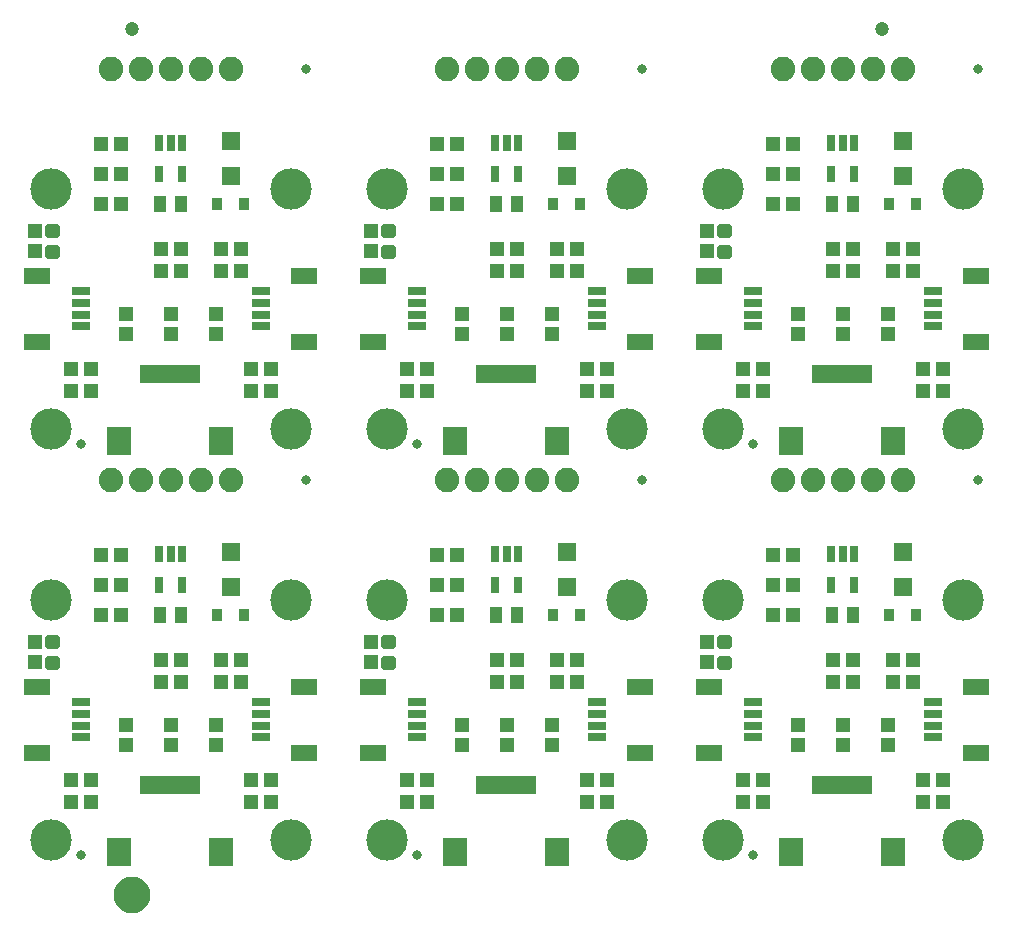
<source format=gts>
G75*
%MOIN*%
%OFA0B0*%
%FSLAX25Y25*%
%IPPOS*%
%LPD*%
%AMOC8*
5,1,8,0,0,1.08239X$1,22.5*
%
%ADD10R,0.05131X0.04737*%
%ADD11R,0.04737X0.05131*%
%ADD12R,0.08674X0.05524*%
%ADD13R,0.06115X0.03162*%
%ADD14C,0.13800*%
%ADD15C,0.03300*%
%ADD16C,0.08200*%
%ADD17R,0.01981X0.05918*%
%ADD18R,0.07887X0.09461*%
%ADD19C,0.01990*%
%ADD20R,0.02965X0.05524*%
%ADD21R,0.03950X0.05524*%
%ADD22R,0.03280X0.04068*%
%ADD23R,0.05918X0.05918*%
%ADD24C,0.04737*%
%ADD25C,0.05000*%
%ADD26C,0.06706*%
D10*
X0055404Y0051000D03*
X0062096Y0051000D03*
X0062096Y0058500D03*
X0055404Y0058500D03*
X0085404Y0091000D03*
X0092096Y0091000D03*
X0092096Y0098500D03*
X0085404Y0098500D03*
X0105404Y0098500D03*
X0112096Y0098500D03*
X0112096Y0091000D03*
X0105404Y0091000D03*
X0072096Y0113500D03*
X0065404Y0113500D03*
X0065404Y0123500D03*
X0072096Y0123500D03*
X0072096Y0133500D03*
X0065404Y0133500D03*
X0062096Y0188000D03*
X0055404Y0188000D03*
X0055404Y0195500D03*
X0062096Y0195500D03*
X0085404Y0228000D03*
X0092096Y0228000D03*
X0092096Y0235500D03*
X0085404Y0235500D03*
X0105404Y0235500D03*
X0112096Y0235500D03*
X0112096Y0228000D03*
X0105404Y0228000D03*
X0072096Y0250500D03*
X0065404Y0250500D03*
X0065404Y0260500D03*
X0072096Y0260500D03*
X0072096Y0270500D03*
X0065404Y0270500D03*
X0115404Y0195500D03*
X0122096Y0195500D03*
X0122096Y0188000D03*
X0115404Y0188000D03*
X0167404Y0188000D03*
X0174096Y0188000D03*
X0174096Y0195500D03*
X0167404Y0195500D03*
X0197404Y0228000D03*
X0204096Y0228000D03*
X0204096Y0235500D03*
X0197404Y0235500D03*
X0217404Y0235500D03*
X0224096Y0235500D03*
X0224096Y0228000D03*
X0217404Y0228000D03*
X0184096Y0250500D03*
X0177404Y0250500D03*
X0177404Y0260500D03*
X0184096Y0260500D03*
X0184096Y0270500D03*
X0177404Y0270500D03*
X0227404Y0195500D03*
X0234096Y0195500D03*
X0234096Y0188000D03*
X0227404Y0188000D03*
X0279404Y0188000D03*
X0286096Y0188000D03*
X0286096Y0195500D03*
X0279404Y0195500D03*
X0309404Y0228000D03*
X0316096Y0228000D03*
X0316096Y0235500D03*
X0309404Y0235500D03*
X0329404Y0235500D03*
X0336096Y0235500D03*
X0336096Y0228000D03*
X0329404Y0228000D03*
X0296096Y0250500D03*
X0289404Y0250500D03*
X0289404Y0260500D03*
X0296096Y0260500D03*
X0296096Y0270500D03*
X0289404Y0270500D03*
X0339404Y0195500D03*
X0346096Y0195500D03*
X0346096Y0188000D03*
X0339404Y0188000D03*
X0296096Y0133500D03*
X0289404Y0133500D03*
X0289404Y0123500D03*
X0296096Y0123500D03*
X0296096Y0113500D03*
X0289404Y0113500D03*
X0309404Y0098500D03*
X0316096Y0098500D03*
X0316096Y0091000D03*
X0309404Y0091000D03*
X0329404Y0091000D03*
X0336096Y0091000D03*
X0336096Y0098500D03*
X0329404Y0098500D03*
X0339404Y0058500D03*
X0346096Y0058500D03*
X0346096Y0051000D03*
X0339404Y0051000D03*
X0286096Y0051000D03*
X0279404Y0051000D03*
X0279404Y0058500D03*
X0286096Y0058500D03*
X0234096Y0058500D03*
X0227404Y0058500D03*
X0227404Y0051000D03*
X0234096Y0051000D03*
X0224096Y0091000D03*
X0217404Y0091000D03*
X0217404Y0098500D03*
X0224096Y0098500D03*
X0204096Y0098500D03*
X0197404Y0098500D03*
X0197404Y0091000D03*
X0204096Y0091000D03*
X0184096Y0113500D03*
X0177404Y0113500D03*
X0177404Y0123500D03*
X0184096Y0123500D03*
X0184096Y0133500D03*
X0177404Y0133500D03*
X0174096Y0058500D03*
X0167404Y0058500D03*
X0167404Y0051000D03*
X0174096Y0051000D03*
X0122096Y0051000D03*
X0115404Y0051000D03*
X0115404Y0058500D03*
X0122096Y0058500D03*
D11*
X0103750Y0070154D03*
X0103750Y0076846D03*
X0088750Y0076846D03*
X0088750Y0070154D03*
X0073750Y0070154D03*
X0073750Y0076846D03*
X0043474Y0097594D03*
X0043474Y0104287D03*
X0155474Y0104287D03*
X0155474Y0097594D03*
X0185750Y0076846D03*
X0185750Y0070154D03*
X0200750Y0070154D03*
X0200750Y0076846D03*
X0215750Y0076846D03*
X0215750Y0070154D03*
X0267474Y0097594D03*
X0267474Y0104287D03*
X0297750Y0076846D03*
X0297750Y0070154D03*
X0312750Y0070154D03*
X0312750Y0076846D03*
X0327750Y0076846D03*
X0327750Y0070154D03*
X0327750Y0207154D03*
X0327750Y0213846D03*
X0312750Y0213846D03*
X0312750Y0207154D03*
X0297750Y0207154D03*
X0297750Y0213846D03*
X0267474Y0234594D03*
X0267474Y0241287D03*
X0215750Y0213846D03*
X0215750Y0207154D03*
X0200750Y0207154D03*
X0200750Y0213846D03*
X0185750Y0213846D03*
X0185750Y0207154D03*
X0155474Y0234594D03*
X0155474Y0241287D03*
X0103750Y0213846D03*
X0103750Y0207154D03*
X0088750Y0207154D03*
X0088750Y0213846D03*
X0073750Y0213846D03*
X0073750Y0207154D03*
X0043474Y0234594D03*
X0043474Y0241287D03*
D12*
X0044281Y0226524D03*
X0044281Y0204476D03*
X0133219Y0204476D03*
X0156281Y0204476D03*
X0156281Y0226524D03*
X0133219Y0226524D03*
X0245219Y0226524D03*
X0268281Y0226524D03*
X0268281Y0204476D03*
X0245219Y0204476D03*
X0357219Y0204476D03*
X0357219Y0226524D03*
X0357219Y0089524D03*
X0357219Y0067476D03*
X0268281Y0067476D03*
X0245219Y0067476D03*
X0245219Y0089524D03*
X0268281Y0089524D03*
X0156281Y0089524D03*
X0133219Y0089524D03*
X0133219Y0067476D03*
X0156281Y0067476D03*
X0044281Y0067476D03*
X0044281Y0089524D03*
D13*
X0058750Y0084406D03*
X0058750Y0080469D03*
X0058750Y0076531D03*
X0058750Y0072594D03*
X0118750Y0072594D03*
X0118750Y0076531D03*
X0118750Y0080469D03*
X0118750Y0084406D03*
X0170750Y0084406D03*
X0170750Y0080469D03*
X0170750Y0076531D03*
X0170750Y0072594D03*
X0230750Y0072594D03*
X0230750Y0076531D03*
X0230750Y0080469D03*
X0230750Y0084406D03*
X0282750Y0084406D03*
X0282750Y0080469D03*
X0282750Y0076531D03*
X0282750Y0072594D03*
X0342750Y0072594D03*
X0342750Y0076531D03*
X0342750Y0080469D03*
X0342750Y0084406D03*
X0342750Y0209594D03*
X0342750Y0213531D03*
X0342750Y0217469D03*
X0342750Y0221406D03*
X0282750Y0221406D03*
X0282750Y0217469D03*
X0282750Y0213531D03*
X0282750Y0209594D03*
X0230750Y0209594D03*
X0230750Y0213531D03*
X0230750Y0217469D03*
X0230750Y0221406D03*
X0170750Y0221406D03*
X0170750Y0217469D03*
X0170750Y0213531D03*
X0170750Y0209594D03*
X0118750Y0209594D03*
X0118750Y0213531D03*
X0118750Y0217469D03*
X0118750Y0221406D03*
X0058750Y0221406D03*
X0058750Y0217469D03*
X0058750Y0213531D03*
X0058750Y0209594D03*
D14*
X0048750Y0038500D03*
X0128750Y0038500D03*
X0160750Y0038500D03*
X0240750Y0038500D03*
X0272750Y0038500D03*
X0352750Y0038500D03*
X0352750Y0118500D03*
X0352750Y0175500D03*
X0272750Y0175500D03*
X0240750Y0175500D03*
X0240750Y0118500D03*
X0272750Y0118500D03*
X0160750Y0118500D03*
X0128750Y0118500D03*
X0128750Y0175500D03*
X0160750Y0175500D03*
X0048750Y0175500D03*
X0048750Y0118500D03*
X0048750Y0255500D03*
X0128750Y0255500D03*
X0160750Y0255500D03*
X0240750Y0255500D03*
X0272750Y0255500D03*
X0352750Y0255500D03*
D15*
X0357750Y0295500D03*
X0245750Y0295500D03*
X0133750Y0295500D03*
X0170750Y0170500D03*
X0133750Y0158500D03*
X0058750Y0170500D03*
X0245750Y0158500D03*
X0282750Y0170500D03*
X0357750Y0158500D03*
X0282750Y0033500D03*
X0170750Y0033500D03*
X0058750Y0033500D03*
D16*
X0068750Y0158500D03*
X0078750Y0158500D03*
X0088750Y0158500D03*
X0098750Y0158500D03*
X0108750Y0158500D03*
X0180750Y0158500D03*
X0190750Y0158500D03*
X0200750Y0158500D03*
X0210750Y0158500D03*
X0220750Y0158500D03*
X0292750Y0158500D03*
X0302750Y0158500D03*
X0312750Y0158500D03*
X0322750Y0158500D03*
X0332750Y0158500D03*
X0332750Y0295500D03*
X0322750Y0295500D03*
X0312750Y0295500D03*
X0302750Y0295500D03*
X0292750Y0295500D03*
X0220750Y0295500D03*
X0210750Y0295500D03*
X0200750Y0295500D03*
X0190750Y0295500D03*
X0180750Y0295500D03*
X0108750Y0295500D03*
X0098750Y0295500D03*
X0088750Y0295500D03*
X0078750Y0295500D03*
X0068750Y0295500D03*
D17*
X0079695Y0193886D03*
X0081663Y0193886D03*
X0083632Y0193886D03*
X0085600Y0193886D03*
X0087569Y0193886D03*
X0089537Y0193886D03*
X0091506Y0193886D03*
X0093474Y0193886D03*
X0095443Y0193886D03*
X0097411Y0193886D03*
X0191695Y0193886D03*
X0193663Y0193886D03*
X0195632Y0193886D03*
X0197600Y0193886D03*
X0199569Y0193886D03*
X0201537Y0193886D03*
X0203506Y0193886D03*
X0205474Y0193886D03*
X0207443Y0193886D03*
X0209411Y0193886D03*
X0303695Y0193886D03*
X0305663Y0193886D03*
X0307632Y0193886D03*
X0309600Y0193886D03*
X0311569Y0193886D03*
X0313537Y0193886D03*
X0315506Y0193886D03*
X0317474Y0193886D03*
X0319443Y0193886D03*
X0321411Y0193886D03*
X0321411Y0056886D03*
X0319443Y0056886D03*
X0317474Y0056886D03*
X0315506Y0056886D03*
X0313537Y0056886D03*
X0311569Y0056886D03*
X0309600Y0056886D03*
X0307632Y0056886D03*
X0305663Y0056886D03*
X0303695Y0056886D03*
X0209411Y0056886D03*
X0207443Y0056886D03*
X0205474Y0056886D03*
X0203506Y0056886D03*
X0201537Y0056886D03*
X0199569Y0056886D03*
X0197600Y0056886D03*
X0195632Y0056886D03*
X0193663Y0056886D03*
X0191695Y0056886D03*
X0097411Y0056886D03*
X0095443Y0056886D03*
X0093474Y0056886D03*
X0091506Y0056886D03*
X0089537Y0056886D03*
X0087569Y0056886D03*
X0085600Y0056886D03*
X0083632Y0056886D03*
X0081663Y0056886D03*
X0079695Y0056886D03*
D18*
X0071427Y0034445D03*
X0105679Y0034445D03*
X0183427Y0034445D03*
X0217679Y0034445D03*
X0295427Y0034445D03*
X0329679Y0034445D03*
X0329679Y0171445D03*
X0295427Y0171445D03*
X0217679Y0171445D03*
X0183427Y0171445D03*
X0105679Y0171445D03*
X0071427Y0171445D03*
D19*
X0050753Y0235861D02*
X0048007Y0235861D01*
X0050753Y0235861D02*
X0050753Y0233115D01*
X0048007Y0233115D01*
X0048007Y0235861D01*
X0048007Y0235005D02*
X0050753Y0235005D01*
X0050753Y0242767D02*
X0048007Y0242767D01*
X0050753Y0242767D02*
X0050753Y0240021D01*
X0048007Y0240021D01*
X0048007Y0242767D01*
X0048007Y0241911D02*
X0050753Y0241911D01*
X0160007Y0242767D02*
X0162753Y0242767D01*
X0162753Y0240021D01*
X0160007Y0240021D01*
X0160007Y0242767D01*
X0160007Y0241911D02*
X0162753Y0241911D01*
X0162753Y0235861D02*
X0160007Y0235861D01*
X0162753Y0235861D02*
X0162753Y0233115D01*
X0160007Y0233115D01*
X0160007Y0235861D01*
X0160007Y0235005D02*
X0162753Y0235005D01*
X0272007Y0235861D02*
X0274753Y0235861D01*
X0274753Y0233115D01*
X0272007Y0233115D01*
X0272007Y0235861D01*
X0272007Y0235005D02*
X0274753Y0235005D01*
X0274753Y0242767D02*
X0272007Y0242767D01*
X0274753Y0242767D02*
X0274753Y0240021D01*
X0272007Y0240021D01*
X0272007Y0242767D01*
X0272007Y0241911D02*
X0274753Y0241911D01*
X0274753Y0105767D02*
X0272007Y0105767D01*
X0274753Y0105767D02*
X0274753Y0103021D01*
X0272007Y0103021D01*
X0272007Y0105767D01*
X0272007Y0104911D02*
X0274753Y0104911D01*
X0274753Y0098861D02*
X0272007Y0098861D01*
X0274753Y0098861D02*
X0274753Y0096115D01*
X0272007Y0096115D01*
X0272007Y0098861D01*
X0272007Y0098005D02*
X0274753Y0098005D01*
X0162753Y0098861D02*
X0160007Y0098861D01*
X0162753Y0098861D02*
X0162753Y0096115D01*
X0160007Y0096115D01*
X0160007Y0098861D01*
X0160007Y0098005D02*
X0162753Y0098005D01*
X0162753Y0105767D02*
X0160007Y0105767D01*
X0162753Y0105767D02*
X0162753Y0103021D01*
X0160007Y0103021D01*
X0160007Y0105767D01*
X0160007Y0104911D02*
X0162753Y0104911D01*
X0050753Y0105767D02*
X0048007Y0105767D01*
X0050753Y0105767D02*
X0050753Y0103021D01*
X0048007Y0103021D01*
X0048007Y0105767D01*
X0048007Y0104911D02*
X0050753Y0104911D01*
X0050753Y0098861D02*
X0048007Y0098861D01*
X0050753Y0098861D02*
X0050753Y0096115D01*
X0048007Y0096115D01*
X0048007Y0098861D01*
X0048007Y0098005D02*
X0050753Y0098005D01*
D20*
X0085010Y0123381D03*
X0092490Y0123381D03*
X0092490Y0133619D03*
X0088750Y0133619D03*
X0085010Y0133619D03*
X0197010Y0133619D03*
X0200750Y0133619D03*
X0204490Y0133619D03*
X0204490Y0123381D03*
X0197010Y0123381D03*
X0309010Y0123381D03*
X0316490Y0123381D03*
X0316490Y0133619D03*
X0312750Y0133619D03*
X0309010Y0133619D03*
X0309010Y0260381D03*
X0316490Y0260381D03*
X0316490Y0270619D03*
X0312750Y0270619D03*
X0309010Y0270619D03*
X0204490Y0270619D03*
X0200750Y0270619D03*
X0197010Y0270619D03*
X0197010Y0260381D03*
X0204490Y0260381D03*
X0092490Y0260381D03*
X0085010Y0260381D03*
X0085010Y0270619D03*
X0088750Y0270619D03*
X0092490Y0270619D03*
D21*
X0092293Y0250500D03*
X0085207Y0250500D03*
X0197207Y0250500D03*
X0204293Y0250500D03*
X0309207Y0250500D03*
X0316293Y0250500D03*
X0316293Y0113500D03*
X0309207Y0113500D03*
X0204293Y0113500D03*
X0197207Y0113500D03*
X0092293Y0113500D03*
X0085207Y0113500D03*
D22*
X0104222Y0113500D03*
X0113278Y0113500D03*
X0216222Y0113500D03*
X0225278Y0113500D03*
X0328222Y0113500D03*
X0337278Y0113500D03*
X0337278Y0250500D03*
X0328222Y0250500D03*
X0225278Y0250500D03*
X0216222Y0250500D03*
X0113278Y0250500D03*
X0104222Y0250500D03*
D23*
X0108750Y0259594D03*
X0108750Y0271406D03*
X0220750Y0271406D03*
X0220750Y0259594D03*
X0332750Y0259594D03*
X0332750Y0271406D03*
X0332750Y0134406D03*
X0332750Y0122594D03*
X0220750Y0122594D03*
X0220750Y0134406D03*
X0108750Y0134406D03*
X0108750Y0122594D03*
D24*
X0075750Y0308750D03*
X0325750Y0308750D03*
D25*
X0072185Y0020250D02*
X0072187Y0020369D01*
X0072193Y0020488D01*
X0072203Y0020607D01*
X0072217Y0020725D01*
X0072235Y0020843D01*
X0072256Y0020960D01*
X0072282Y0021076D01*
X0072312Y0021192D01*
X0072345Y0021306D01*
X0072382Y0021419D01*
X0072423Y0021531D01*
X0072468Y0021642D01*
X0072516Y0021751D01*
X0072568Y0021858D01*
X0072624Y0021963D01*
X0072683Y0022067D01*
X0072745Y0022168D01*
X0072811Y0022268D01*
X0072880Y0022365D01*
X0072952Y0022459D01*
X0073028Y0022552D01*
X0073106Y0022641D01*
X0073187Y0022728D01*
X0073272Y0022813D01*
X0073359Y0022894D01*
X0073448Y0022972D01*
X0073541Y0023048D01*
X0073635Y0023120D01*
X0073732Y0023189D01*
X0073832Y0023255D01*
X0073933Y0023317D01*
X0074037Y0023376D01*
X0074142Y0023432D01*
X0074249Y0023484D01*
X0074358Y0023532D01*
X0074469Y0023577D01*
X0074581Y0023618D01*
X0074694Y0023655D01*
X0074808Y0023688D01*
X0074924Y0023718D01*
X0075040Y0023744D01*
X0075157Y0023765D01*
X0075275Y0023783D01*
X0075393Y0023797D01*
X0075512Y0023807D01*
X0075631Y0023813D01*
X0075750Y0023815D01*
X0075869Y0023813D01*
X0075988Y0023807D01*
X0076107Y0023797D01*
X0076225Y0023783D01*
X0076343Y0023765D01*
X0076460Y0023744D01*
X0076576Y0023718D01*
X0076692Y0023688D01*
X0076806Y0023655D01*
X0076919Y0023618D01*
X0077031Y0023577D01*
X0077142Y0023532D01*
X0077251Y0023484D01*
X0077358Y0023432D01*
X0077463Y0023376D01*
X0077567Y0023317D01*
X0077668Y0023255D01*
X0077768Y0023189D01*
X0077865Y0023120D01*
X0077959Y0023048D01*
X0078052Y0022972D01*
X0078141Y0022894D01*
X0078228Y0022813D01*
X0078313Y0022728D01*
X0078394Y0022641D01*
X0078472Y0022552D01*
X0078548Y0022459D01*
X0078620Y0022365D01*
X0078689Y0022268D01*
X0078755Y0022168D01*
X0078817Y0022067D01*
X0078876Y0021963D01*
X0078932Y0021858D01*
X0078984Y0021751D01*
X0079032Y0021642D01*
X0079077Y0021531D01*
X0079118Y0021419D01*
X0079155Y0021306D01*
X0079188Y0021192D01*
X0079218Y0021076D01*
X0079244Y0020960D01*
X0079265Y0020843D01*
X0079283Y0020725D01*
X0079297Y0020607D01*
X0079307Y0020488D01*
X0079313Y0020369D01*
X0079315Y0020250D01*
X0079313Y0020131D01*
X0079307Y0020012D01*
X0079297Y0019893D01*
X0079283Y0019775D01*
X0079265Y0019657D01*
X0079244Y0019540D01*
X0079218Y0019424D01*
X0079188Y0019308D01*
X0079155Y0019194D01*
X0079118Y0019081D01*
X0079077Y0018969D01*
X0079032Y0018858D01*
X0078984Y0018749D01*
X0078932Y0018642D01*
X0078876Y0018537D01*
X0078817Y0018433D01*
X0078755Y0018332D01*
X0078689Y0018232D01*
X0078620Y0018135D01*
X0078548Y0018041D01*
X0078472Y0017948D01*
X0078394Y0017859D01*
X0078313Y0017772D01*
X0078228Y0017687D01*
X0078141Y0017606D01*
X0078052Y0017528D01*
X0077959Y0017452D01*
X0077865Y0017380D01*
X0077768Y0017311D01*
X0077668Y0017245D01*
X0077567Y0017183D01*
X0077463Y0017124D01*
X0077358Y0017068D01*
X0077251Y0017016D01*
X0077142Y0016968D01*
X0077031Y0016923D01*
X0076919Y0016882D01*
X0076806Y0016845D01*
X0076692Y0016812D01*
X0076576Y0016782D01*
X0076460Y0016756D01*
X0076343Y0016735D01*
X0076225Y0016717D01*
X0076107Y0016703D01*
X0075988Y0016693D01*
X0075869Y0016687D01*
X0075750Y0016685D01*
X0075631Y0016687D01*
X0075512Y0016693D01*
X0075393Y0016703D01*
X0075275Y0016717D01*
X0075157Y0016735D01*
X0075040Y0016756D01*
X0074924Y0016782D01*
X0074808Y0016812D01*
X0074694Y0016845D01*
X0074581Y0016882D01*
X0074469Y0016923D01*
X0074358Y0016968D01*
X0074249Y0017016D01*
X0074142Y0017068D01*
X0074037Y0017124D01*
X0073933Y0017183D01*
X0073832Y0017245D01*
X0073732Y0017311D01*
X0073635Y0017380D01*
X0073541Y0017452D01*
X0073448Y0017528D01*
X0073359Y0017606D01*
X0073272Y0017687D01*
X0073187Y0017772D01*
X0073106Y0017859D01*
X0073028Y0017948D01*
X0072952Y0018041D01*
X0072880Y0018135D01*
X0072811Y0018232D01*
X0072745Y0018332D01*
X0072683Y0018433D01*
X0072624Y0018537D01*
X0072568Y0018642D01*
X0072516Y0018749D01*
X0072468Y0018858D01*
X0072423Y0018969D01*
X0072382Y0019081D01*
X0072345Y0019194D01*
X0072312Y0019308D01*
X0072282Y0019424D01*
X0072256Y0019540D01*
X0072235Y0019657D01*
X0072217Y0019775D01*
X0072203Y0019893D01*
X0072193Y0020012D01*
X0072187Y0020131D01*
X0072185Y0020250D01*
D26*
X0075750Y0020250D03*
M02*

</source>
